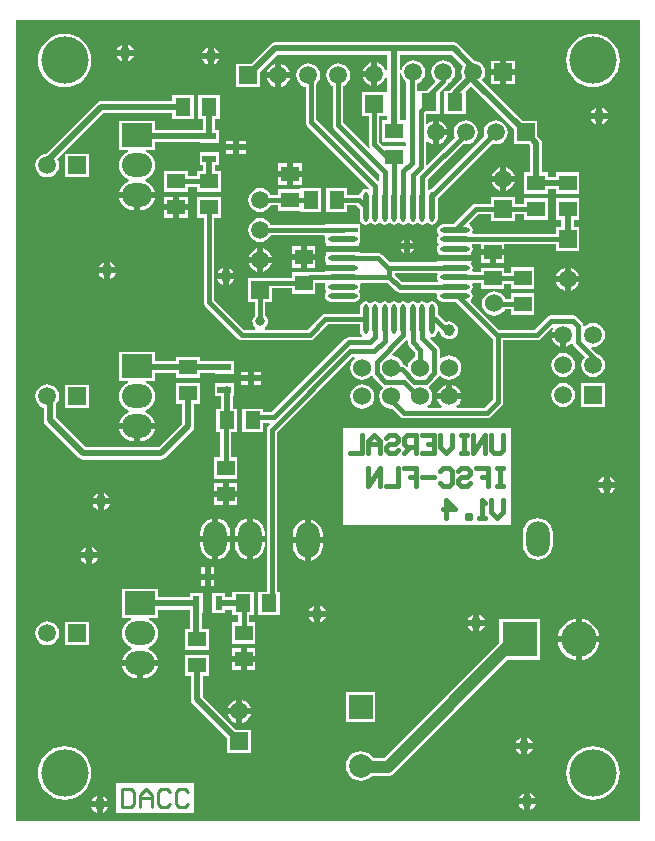
<source format=gtl>
%FSTAX24Y24*%
%MOIN*%
%SFA1B1*%

%IPPOS*%
%ADD10R,0.059100X0.051200*%
%ADD11O,0.017700X0.098400*%
%ADD12O,0.098400X0.017700*%
%ADD13R,0.098400X0.017700*%
%ADD14R,0.051200X0.059100*%
%ADD15R,0.023600X0.045300*%
%ADD16R,0.045300X0.023600*%
%ADD17C,0.015000*%
%ADD18C,0.020000*%
%ADD19C,0.040000*%
%ADD20C,0.010000*%
%ADD21O,0.078700X0.118100*%
%ADD22C,0.039400*%
%ADD23R,0.059100X0.059100*%
%ADD24C,0.059100*%
%ADD25C,0.031500*%
%ADD26R,0.059100X0.059100*%
%ADD27O,0.100000X0.078700*%
%ADD28R,0.100000X0.078700*%
%ADD29C,0.060000*%
%ADD30R,0.078700X0.078700*%
%ADD31C,0.078700*%
%ADD32C,0.118100*%
%ADD33R,0.118100X0.118100*%
%ADD34C,0.157500*%
%ADD35C,0.027600*%
%LNpcb-1*%
%LPD*%
G36*
X042Y0181D02*
X0212D01*
Y0448*
X042*
Y0181*
G37*
%LNpcb-2*%
%LPC*%
G36*
X02495Y04398D02*
Y0438D01*
X02513*
X025109Y04385*
X025062Y043912*
X025Y043959*
X02495Y04398*
G37*
G36*
X02475D02*
X0247Y043959D01*
X024638Y043912*
X024591Y04385*
X02457Y0438*
X02475*
Y04398*
G37*
G36*
X0278Y04388D02*
Y0437D01*
X02798*
X027959Y04375*
X027912Y043812*
X02785Y043859*
X0278Y04388*
G37*
G36*
X0276D02*
X02755Y043859D01*
X027488Y043812*
X027441Y04375*
X02742Y0437*
X0276*
Y04388*
G37*
G36*
X02513Y0436D02*
X02495D01*
Y04342*
X025Y043441*
X025062Y043488*
X025109Y04355*
X02513Y0436*
G37*
G36*
X02475D02*
X02457D01*
X024591Y04355*
X024638Y043488*
X0247Y043441*
X02475Y04342*
Y0436*
G37*
G36*
X02798Y0435D02*
X0278D01*
Y04332*
X02785Y043341*
X027912Y043388*
X027959Y04345*
X02798Y0435*
G37*
G36*
X0276D02*
X02742D01*
X027441Y04345*
X027488Y043388*
X02755Y043341*
X0276Y04332*
Y0435*
G37*
G36*
X037845Y043445D02*
X03755D01*
Y04315*
X037845*
Y043445*
G37*
G36*
X03735D02*
X037055D01*
Y04315*
X03735*
Y043445*
G37*
G36*
X03305Y043386D02*
X033047Y043385D01*
X032951Y043345*
X032868Y043282*
X032805Y043199*
X032765Y043103*
X032764Y0431*
X03305*
Y043386*
G37*
G36*
X03005Y043336D02*
Y04305D01*
X030336*
X030335Y043053*
X030295Y043149*
X030232Y043232*
X030149Y043295*
X030053Y043335*
X03005Y043336*
G37*
G36*
X02985D02*
X029847Y043335D01*
X029751Y043295*
X029668Y043232*
X029605Y043149*
X029565Y043053*
X029564Y04305*
X02985*
Y043336*
G37*
G36*
X037845Y04295D02*
X03755D01*
Y042655*
X037845*
Y04295*
G37*
G36*
X03735D02*
X037055D01*
Y042655*
X03735*
Y04295*
G37*
G36*
X03305Y0429D02*
X032764D01*
X032765Y042897*
X032805Y042801*
X032868Y042718*
X032951Y042655*
X033047Y042615*
X03305Y042614*
Y0429*
G37*
G36*
X030336Y04285D02*
X03005D01*
Y042564*
X030053Y042565*
X030149Y042605*
X030232Y042668*
X030295Y042751*
X030335Y042847*
X030336Y04285*
G37*
G36*
X02985D02*
X029564D01*
X029565Y042847*
X029605Y042751*
X029668Y042668*
X029751Y042605*
X029847Y042565*
X02985Y042564*
Y04285*
G37*
G36*
X04045Y044342D02*
X040276Y044325D01*
X040109Y044274*
X039955Y044191*
X039819Y044081*
X039709Y043945*
X039626Y043791*
X039575Y043624*
X039558Y04345*
X039575Y043276*
X039626Y043109*
X039709Y042955*
X039819Y042819*
X039955Y042709*
X040109Y042626*
X040276Y042575*
X04045Y042558*
X040624Y042575*
X040791Y042626*
X040945Y042709*
X041081Y042819*
X041191Y042955*
X041274Y043109*
X041325Y043276*
X041342Y04345*
X041325Y043624*
X041274Y043791*
X041191Y043945*
X041081Y044081*
X040945Y044191*
X040791Y044274*
X040624Y044325*
X04045Y044342*
G37*
G36*
X022835D02*
X022661Y044325D01*
X022493Y044274*
X022339Y044191*
X022204Y044081*
X022093Y043945*
X022011Y043791*
X02196Y043624*
X021943Y04345*
X02196Y043276*
X022011Y043109*
X022093Y042955*
X022204Y042819*
X022339Y042709*
X022493Y042626*
X022661Y042575*
X022835Y042558*
X023009Y042575*
X023176Y042626*
X02333Y042709*
X023465Y042819*
X023576Y042955*
X023658Y043109*
X023709Y043276*
X023726Y04345*
X023709Y043624*
X023658Y043791*
X023576Y043945*
X023465Y044081*
X02333Y044191*
X023176Y044274*
X023009Y044325*
X022835Y044342*
G37*
G36*
X04075Y04188D02*
Y0417D01*
X04093*
X040909Y04175*
X040862Y041812*
X0408Y041859*
X04075Y04188*
G37*
G36*
X04055D02*
X0405Y041859D01*
X040438Y041812*
X040391Y04175*
X04037Y0417*
X04055*
Y04188*
G37*
G36*
X02714Y042295D02*
X026428D01*
Y042104*
X02405*
X023972Y042088*
X023906Y042044*
X022204Y040343*
X022147Y040335*
X022051Y040295*
X021968Y040232*
X021905Y040149*
X021865Y040053*
X021851Y03995*
X021865Y039847*
X021905Y039751*
X021968Y039668*
X022051Y039605*
X022147Y039565*
X02225Y039551*
X022353Y039565*
X022449Y039605*
X022532Y039668*
X022595Y039751*
X022635Y039847*
X022649Y03995*
X022635Y040053*
X022595Y040149*
X022592Y040154*
X024134Y041696*
X026428*
Y041505*
X02714*
Y042295*
G37*
G36*
X04093Y0415D02*
X04075D01*
Y04132*
X0408Y041341*
X040862Y041388*
X040909Y04145*
X04093Y0415*
G37*
G36*
X04055D02*
X04037D01*
X040391Y04145*
X040438Y041388*
X0405Y041341*
X04055Y04132*
Y0415*
G37*
G36*
X0353Y041436D02*
Y04115D01*
X035586*
X035585Y041153*
X035545Y041249*
X035482Y041332*
X035399Y041395*
X035303Y041435*
X0353Y041436*
G37*
G36*
X028006Y042295D02*
X027294D01*
Y041505*
X027453*
Y041142*
X027331*
Y041128*
X02585*
Y041444*
X02465*
Y040456*
X024945*
X024955Y040406*
X024895Y040381*
X024792Y040302*
X024712Y040199*
X024663Y040079*
X024646Y03995*
X024663Y039821*
X024712Y039701*
X024792Y039598*
X024895Y039519*
X024995Y039477*
Y039423*
X024895Y039381*
X024792Y039302*
X024712Y039199*
X024663Y039079*
X024659Y03905*
X02525*
X025841*
X025837Y039079*
X025788Y039199*
X025708Y039302*
X025605Y039381*
X025505Y039423*
Y039477*
X025605Y039519*
X025708Y039598*
X025788Y039701*
X025837Y039821*
X025854Y03995*
X025837Y040079*
X025788Y040199*
X025708Y040302*
X025605Y040381*
X025545Y040406*
X025555Y040456*
X02585*
Y04072*
X027331*
Y040706*
X027983*
Y041142*
X027861*
Y041505*
X028006*
Y042295*
G37*
G36*
X035586Y04095D02*
X0353D01*
Y040664*
X035303Y040665*
X035399Y040705*
X035482Y040768*
X035545Y040851*
X035585Y040947*
X035586Y04095*
G37*
G36*
X028869Y040768D02*
X028643D01*
Y04065*
X028869*
Y040768*
G37*
G36*
X028443D02*
X028217D01*
Y04065*
X028443*
Y040768*
G37*
G36*
X028869Y04045D02*
X028643D01*
Y040332*
X028869*
Y04045*
G37*
G36*
X028443D02*
X028217D01*
Y040332*
X028443*
Y04045*
G37*
G36*
X030745Y040022D02*
X03045D01*
Y039766*
X030745*
Y040022*
G37*
G36*
X03025D02*
X029955D01*
Y039766*
X03025*
Y040022*
G37*
G36*
X03755Y039886D02*
Y0396D01*
X037836*
X037835Y039603*
X037795Y039699*
X037732Y039782*
X037649Y039845*
X037553Y039885*
X03755Y039886*
G37*
G36*
X03735D02*
X037347Y039885D01*
X037251Y039845*
X037168Y039782*
X037105Y039699*
X037065Y039603*
X037064Y0396*
X03735*
Y039886*
G37*
G36*
X027983Y040394D02*
X027331D01*
Y039958*
X027446*
Y039772*
X027255*
Y039595*
X026945*
Y039772*
X026155*
Y03906*
X026945*
Y039238*
X027255*
Y03906*
X028045*
Y039772*
X027854*
Y039958*
X027983*
Y040394*
G37*
G36*
X023645Y040345D02*
X022855D01*
Y039555*
X023645*
Y040345*
G37*
G36*
X030745Y039566D02*
X03045D01*
Y03931*
X030745*
Y039566*
G37*
G36*
X03025D02*
X029955D01*
Y03931*
X03025*
Y039566*
G37*
G36*
X037836Y0394D02*
X03755D01*
Y039114*
X037553Y039115*
X037649Y039155*
X037732Y039218*
X037795Y039301*
X037835Y039397*
X037836Y0394*
G37*
G36*
X03735D02*
X037064D01*
X037065Y039397*
X037105Y039301*
X037168Y039218*
X037251Y039155*
X037347Y039115*
X03735Y039114*
Y0394*
G37*
G36*
X0358Y044054D02*
X02985D01*
X029772Y044038*
X029706Y043994*
X029057Y043345*
X028555*
Y042555*
X029345*
Y043057*
X029934Y043646*
X033596*
Y043023*
X033546Y04302*
X033545Y043029*
X033535Y043103*
X033495Y043199*
X033432Y043282*
X033349Y043345*
X033253Y043385*
X03325Y043386*
Y043*
Y042614*
X033253Y042615*
X033349Y042655*
X033432Y042718*
X033495Y042801*
X033535Y042897*
X033545Y042971*
X033546Y04298*
X033596Y042977*
Y041456*
X033405*
Y040744*
X034172*
X034195*
X034222Y040705*
Y040629*
X034195Y04059*
X033463*
X033328Y040724*
Y041605*
X033545*
Y042395*
X032755*
Y041605*
X032972*
Y04065*
X032985Y040582*
X033003Y040556*
X032964Y040524*
X032128Y041359*
Y042596*
X032149Y042605*
X032232Y042668*
X032295Y042751*
X032335Y042847*
X032349Y04295*
X032335Y043053*
X032295Y043149*
X032232Y043232*
X032149Y043295*
X032053Y043335*
X03195Y043349*
X031847Y043335*
X031751Y043295*
X031668Y043232*
X031605Y043149*
X031565Y043053*
X031551Y04295*
X031565Y042847*
X031605Y042751*
X031668Y042668*
X031751Y042605*
X031772Y042596*
Y041285*
X031785Y041217*
X031824Y041159*
X033319Y039664*
Y039454*
X033269Y039433*
X031228Y041474*
Y042665*
X031232Y042668*
X031295Y042751*
X031335Y042847*
X031349Y04295*
X031335Y043053*
X031295Y043149*
X031232Y043232*
X031149Y043295*
X031053Y043335*
X03095Y043349*
X030847Y043335*
X030751Y043295*
X030668Y043232*
X030605Y043149*
X030565Y043053*
X030551Y04295*
X030565Y042847*
X030605Y042751*
X030668Y042668*
X030751Y042605*
X030847Y042565*
X030872Y042562*
Y0414*
X030885Y041332*
X030924Y041274*
X032986Y039212*
X032983Y039181*
X032968Y03917*
X032932Y039151*
X032868Y039164*
X032794Y039149*
X032732Y039107*
X03269Y039045*
X032685Y03902*
X032635Y038978*
X032256*
Y039195*
X031544*
Y038405*
X032256*
Y038622*
X032562*
X032675Y038508*
Y038164*
X03269Y038091*
X032732Y038028*
X032794Y037987*
X032868Y037972*
X032941Y037987*
X032992Y03802*
X033025Y038025*
X033059Y03802*
X033109Y037987*
X033183Y037972*
X033256Y037987*
X033307Y03802*
X03334Y038025*
X033373Y03802*
X033424Y037987*
X033498Y037972*
X033571Y037987*
X033622Y03802*
X033655Y038025*
X033688Y03802*
X033739Y037987*
X033813Y037972*
X033886Y037987*
X033937Y03802*
X03397Y038025*
X034003Y03802*
X034054Y037987*
X034128Y037972*
X034201Y037987*
X034252Y03802*
X034285Y038025*
X034318Y03802*
X034369Y037987*
X034443Y037972*
X034516Y037987*
X034567Y03802*
X0346Y038025*
X034633Y03802*
X034684Y037987*
X034757Y037972*
X034831Y037987*
X034882Y03802*
X034915Y038025*
X034948Y03802*
X034999Y037987*
X035072Y037972*
X035146Y037987*
X035208Y038028*
X03525Y038091*
X035265Y038164*
Y038862*
X037076Y040674*
X037097Y040665*
X0372Y040651*
X037303Y040665*
X037399Y040705*
X037482Y040768*
X037545Y040851*
X037585Y040947*
X037599Y04105*
X037585Y041153*
X037545Y041249*
X037482Y041332*
X037399Y041395*
X037303Y041435*
X0372Y041449*
X037097Y041435*
X037001Y041395*
X036918Y041332*
X036855Y041249*
X036815Y041153*
X036801Y04105*
X036815Y040947*
X036824Y040926*
X035058Y039161*
X034999Y039149*
X034986Y03914*
X034936Y039167*
Y039484*
X036115Y040663*
X0362Y040651*
X036303Y040665*
X036399Y040705*
X036482Y040768*
X036545Y040851*
X036585Y040947*
X036599Y04105*
X036585Y041153*
X036545Y041249*
X036482Y041332*
X036399Y041395*
X036303Y041435*
X0362Y041449*
X036097Y041435*
X036001Y041395*
X035918Y041332*
X035855Y041249*
X035815Y041153*
X035801Y04105*
X035815Y040947*
X035838Y040891*
X034925Y039977*
X034878Y039996*
Y040744*
X034928Y04076*
X035001Y040705*
X035097Y040665*
X0351Y040664*
Y04105*
Y041436*
X035097Y041435*
X035001Y041395*
X034928Y04134*
X034878Y041356*
Y041655*
X03534*
Y042387*
X035576Y042624*
X035615Y042682*
X035617Y042691*
X035649Y042705*
X035732Y042768*
X035795Y042851*
X035835Y042947*
X035849Y04305*
X035835Y043153*
X035795Y043249*
X035732Y043332*
X035649Y043395*
X035553Y043435*
X03545Y043449*
X035347Y043435*
X035251Y043395*
X035168Y043332*
X035105Y043249*
X035065Y043153*
X035051Y04305*
X035065Y042947*
X035105Y042851*
X035168Y042768*
X035171Y042723*
X034893Y042445*
X034628*
X034578Y042446*
Y042675*
X034649Y042705*
X034732Y042768*
X034795Y042851*
X034835Y042947*
X034849Y04305*
X034835Y043153*
X034795Y043249*
X034732Y043332*
X034649Y043395*
X034553Y043435*
X03445Y043449*
X034347Y043435*
X034251Y043395*
X034168Y043332*
X034105Y043249*
X034065Y043153*
X034055Y043079*
X034054Y04307*
X034005Y043073*
X034004Y043077*
Y043646*
X035716*
X036108Y043254*
X036105Y043249*
X036065Y043153*
X036051Y04305*
X036065Y042947*
X036092Y042881*
X035706Y042494*
X035673Y042445*
X035494*
Y041655*
X036206*
Y042418*
X036375Y042587*
X037805Y041157*
Y040655*
X038307*
X038346Y040616*
Y039722*
X038155*
Y03901*
X038945*
Y039162*
X039205*
Y03901*
X039995*
Y039722*
X039205*
Y03957*
X038945*
Y039722*
X038754*
Y0407*
X038738Y040778*
X038694Y040844*
X038595Y040943*
Y041445*
X038093*
X036749Y04279*
X036795Y042851*
X036835Y042947*
X036849Y04305*
X036835Y043153*
X036795Y043249*
X036732Y043332*
X036649Y043395*
X036553Y043435*
X036496Y043443*
X035944Y043994*
X035878Y044038*
X0358Y044054*
G37*
G36*
X026945Y038906D02*
X02665D01*
Y03865*
X026945*
Y038906*
G37*
G36*
X02645D02*
X026155D01*
Y03865*
X02645*
Y038906*
G37*
G36*
X025841Y03885D02*
X02535D01*
Y038452*
X025356*
X025485Y038469*
X025605Y038519*
X025708Y038598*
X025788Y038701*
X025837Y038821*
X025841Y03885*
G37*
G36*
X02515D02*
X024659D01*
X024663Y038821*
X024712Y038701*
X024792Y038598*
X024895Y038519*
X025015Y038469*
X025144Y038452*
X02515*
Y03885*
G37*
G36*
X02935Y039199D02*
X029247Y039185D01*
X029151Y039145*
X029068Y039082*
X029005Y038999*
X028965Y038903*
X028951Y0388*
X028965Y038697*
X029005Y038601*
X029068Y038518*
X029151Y038455*
X029247Y038415*
X02935Y038401*
X029453Y038415*
X029549Y038455*
X029632Y038518*
X029695Y038601*
X029704Y038622*
X029955*
Y038444*
X030678*
Y038405*
X03139*
Y039195*
X030678*
Y039156*
X029955*
Y038978*
X029704*
X029695Y038999*
X029632Y039082*
X029549Y039145*
X029453Y039185*
X02935Y039199*
G37*
G36*
X026945Y03845D02*
X02665D01*
Y038194*
X026945*
Y03845*
G37*
G36*
X02645D02*
X026155D01*
Y038194*
X02645*
Y03845*
G37*
G36*
X03435Y037469D02*
Y03735D01*
X034469*
X034421Y037421*
X03435Y037469*
G37*
G36*
X03415D02*
X034079Y037421D01*
X034031Y03735*
X03415*
Y037469*
G37*
G36*
X02935Y038199D02*
X029247Y038185D01*
X029151Y038145*
X029068Y038082*
X029005Y037999*
X028965Y037903*
X028951Y0378*
X028965Y037697*
X029005Y037601*
X029068Y037518*
X029151Y037455*
X029247Y037415*
X02935Y037401*
X029453Y037415*
X029549Y037455*
X029632Y037518*
X029695Y037601*
X029704Y037622*
X031462*
X031504Y037612*
X031525Y037567*
X031519Y037559*
X031504Y037485*
X031519Y037411*
X031553Y037361*
X031557Y037328*
X031553Y037294*
X031536Y03727*
X0321*
X032664*
X032647Y037294*
X032643Y037328*
X032647Y037361*
X032681Y037411*
X032696Y037485*
X032681Y037559*
X032672Y037573*
X032692Y037611*
Y037989*
X031508*
Y037978*
X029704*
X029695Y037999*
X029632Y038082*
X029549Y038145*
X029453Y038185*
X02935Y038199*
G37*
G36*
X037845Y038895D02*
X037055D01*
Y038678*
X03654*
X036472Y038665*
X036414Y038626*
X03578Y037992*
X035437*
X035363Y037978*
X035301Y037936*
X035259Y037874*
X035244Y0378*
X035259Y037726*
X035293Y037676*
X035298Y037643*
X035293Y037609*
X035259Y037559*
X035244Y037485*
X035259Y037411*
X035293Y037361*
X035298Y037328*
X035293Y037294*
X035259Y037244*
X035244Y03717*
X035259Y037097*
X035293Y037046*
X035298Y037013*
X035293Y036979*
X035277Y036955*
X03584*
X036404*
X036388Y036979*
X036383Y037013*
X036388Y037046*
X036421Y037097*
X036436Y03717*
X036421Y037244*
X036403Y037272*
X036429Y037322*
X036705*
Y03715*
X037495*
Y037322*
X039205*
Y037105*
X039995*
Y037895*
X039804*
Y038144*
X039995*
Y038856*
X039205*
Y038144*
X039396*
Y037895*
X039205*
Y037678*
X036447*
X036421Y03772*
X036422Y037728*
X036436Y0378*
X036421Y037874*
X03638Y037936*
X036331Y037968*
X036317Y038025*
X036614Y038322*
X037055*
Y038105*
X037845*
Y038322*
X038155*
Y038144*
X038945*
Y038856*
X038155*
Y038678*
X037845*
Y038895*
G37*
G36*
X034469Y03715D02*
X03435D01*
Y037031*
X034421Y037079*
X034469Y03715*
G37*
G36*
X03415D02*
X034031D01*
X034079Y037079*
X03415Y037031*
Y03715*
G37*
G36*
X031195Y037256D02*
X0309D01*
Y037*
X031195*
Y037256*
G37*
G36*
X0307D02*
X030405D01*
Y037*
X0307*
Y037256*
G37*
G36*
X02945Y037186D02*
Y0369D01*
X029736*
X029735Y036903*
X029695Y036999*
X029632Y037082*
X029549Y037145*
X029453Y037185*
X02945Y037186*
G37*
G36*
X02925D02*
X029247Y037185D01*
X029151Y037145*
X029068Y037082*
X029005Y036999*
X028965Y036903*
X028964Y0369*
X02925*
Y037186*
G37*
G36*
X037495Y03695D02*
X0372D01*
Y036694*
X037495*
Y03695*
G37*
G36*
X037D02*
X036705D01*
Y036694*
X037*
Y03695*
G37*
G36*
X02435Y03673D02*
Y03655D01*
X02453*
X024509Y0366*
X024462Y036662*
X0244Y036709*
X02435Y03673*
G37*
G36*
X02415D02*
X0241Y036709D01*
X024038Y036662*
X023991Y0366*
X02397Y03655*
X02415*
Y03673*
G37*
G36*
X031195Y0368D02*
X0309D01*
Y036544*
X031195*
Y0368*
G37*
G36*
X0307D02*
X030405D01*
Y036544*
X0307*
Y0368*
G37*
G36*
X029736Y0367D02*
X02945D01*
Y036414*
X029453Y036415*
X029549Y036455*
X029632Y036518*
X029695Y036601*
X029735Y036697*
X029736Y0367*
G37*
G36*
X02925D02*
X028964D01*
X028965Y036697*
X029005Y036601*
X029068Y036518*
X029151Y036455*
X029247Y036415*
X02925Y036414*
Y0367*
G37*
G36*
X0283Y03653D02*
Y03635D01*
X02848*
X028459Y0364*
X028412Y036462*
X02835Y036509*
X0283Y03653*
G37*
G36*
X0281D02*
X02805Y036509D01*
X027988Y036462*
X027941Y0364*
X02792Y03635*
X0281*
Y03653*
G37*
G36*
X0397Y036547D02*
Y036261D01*
X039986*
X039985Y036265*
X039945Y036361*
X039882Y036443*
X039799Y036507*
X039703Y036547*
X0397*
G37*
G36*
X0395D02*
X039497D01*
X039401Y036507*
X039318Y036443*
X039255Y036361*
X039215Y036265*
X039214Y036261*
X0395*
Y036547*
G37*
G36*
X02453Y03635D02*
X02435D01*
Y03617*
X0244Y036191*
X024462Y036238*
X024509Y0363*
X02453Y03635*
G37*
G36*
X02415D02*
X02397D01*
X023991Y0363*
X024038Y036238*
X0241Y036191*
X02415Y03617*
Y03635*
G37*
G36*
X02848Y03615D02*
X0283D01*
Y03597*
X02835Y035991*
X028412Y036038*
X028459Y0361*
X02848Y03615*
G37*
G36*
X0281D02*
X02792D01*
X027941Y0361*
X027988Y036038*
X02805Y035991*
X0281Y03597*
Y03615*
G37*
G36*
X028045Y038906D02*
X027255D01*
Y038194*
X027472*
Y0354*
X027485Y035332*
X027524Y035274*
X028624Y034174*
X028682Y034135*
X02875Y034122*
X031*
X031068Y034135*
X031126Y034174*
X031601Y034649*
X032675*
Y034424*
X03269Y03435*
X032732Y034288*
X032746Y034278*
X032731Y034228*
X0323*
X032232Y034215*
X032174Y034176*
X029726Y031728*
X029456*
Y031845*
X028744*
Y031055*
X029456*
Y031372*
X029657*
X029677Y031325*
X029624Y031273*
X029585Y031215*
X029572Y031146*
Y025745*
X029294*
Y024955*
X030006*
Y025745*
X029928*
Y031073*
X032427Y033572*
X032482*
X032499Y033522*
X032471Y0335*
X032407Y033416*
X032367Y033319*
X032353Y033215*
X032367Y03311*
X032407Y033013*
X032471Y032929*
X032555Y032865*
X032652Y032825*
X032756Y032811*
X032861Y032825*
X032958Y032865*
X033038Y032927*
X033045Y032929*
X033099Y032922*
X03312Y032892*
X033398Y032613*
X033429Y032593*
X033435Y032538*
X033433Y032532*
X033371Y032452*
X033331Y032354*
X033317Y03225*
X033331Y032146*
X033371Y032048*
X033436Y031965*
X033519Y031901*
X033616Y03186*
X033721Y031847*
X033748Y03185*
X034024Y031574*
X034082Y031535*
X03415Y031522*
X0369*
X036968Y031535*
X037026Y031574*
X037408Y031956*
X037447Y032014*
X037461Y032082*
Y034122*
X038565*
X038633Y034135*
X038691Y034174*
X039074Y034557*
X039085Y034555*
X039106Y034501*
X039105Y034499*
X039065Y034403*
X039064Y0344*
X03945*
Y0343*
X03955*
Y033914*
X039553Y033915*
X039649Y033955*
X039728Y034015*
X039748Y034012*
X039781Y034*
X039785Y033982*
X039824Y033924*
X040167Y033581*
X040105Y033499*
X040065Y033403*
X040051Y0333*
X040065Y033197*
X040105Y033101*
X040168Y033018*
X040251Y032955*
X040347Y032915*
X04045Y032901*
X040553Y032915*
X040649Y032955*
X040732Y033018*
X040795Y033101*
X040835Y033197*
X040849Y0333*
X040835Y033403*
X040795Y033499*
X040732Y033582*
X040649Y033645*
X040577Y033675*
X040576Y033676*
X040394Y033858*
X040417Y033906*
X04045Y033901*
X040553Y033915*
X040649Y033955*
X040732Y034018*
X040795Y034101*
X040835Y034197*
X040849Y0343*
X040835Y034403*
X040795Y034499*
X040732Y034582*
X040649Y034645*
X040553Y034685*
X04045Y034699*
X040347Y034685*
X040251Y034645*
X040178Y03459*
X040147Y034596*
X040126Y03461*
X040115Y034668*
X040076Y034726*
X039906Y034896*
X039848Y034935*
X03978Y034949*
X039035*
X038967Y034935*
X038909Y034896*
X038491Y034478*
X037309*
X036375Y035413*
X03638Y035459*
X036421Y035522*
X036436Y035595*
X036421Y035669*
X036388Y035719*
X036383Y035753*
X036388Y035786*
X036421Y035837*
X036436Y03591*
X036421Y035984*
X036413Y035997*
X036439Y036047*
X036705*
Y035828*
X037495*
Y036005*
X037705*
Y035844*
X038495*
Y036556*
X037705*
Y036362*
X037495*
Y03654*
X036705*
Y036404*
X036439*
X036413Y036454*
X036421Y036467*
X036436Y03654*
X036421Y036614*
X036388Y036664*
X036383Y036698*
X036388Y036731*
X036404Y036755*
X03584*
X03526*
X035241Y036719*
X033684*
X033421Y036981*
X033363Y03702*
X033295Y037034*
X032699*
X03268Y03707*
X0321*
X031536*
X031553Y037046*
X031557Y037013*
X031553Y036979*
X031519Y036929*
X031504Y036855*
X031519Y036782*
X031553Y036731*
X031557Y036698*
X031553Y036664*
X031536Y03664*
X0321*
Y03644*
X03152*
X031501Y036404*
X031009*
X030941Y03639*
X03094*
X030405*
Y036212*
X029584*
X029516Y036199*
X02951Y036195*
X028955*
Y035405*
X029172*
Y034938*
X029166Y034934*
X029125Y03488*
X029099Y034817*
X02909Y03475*
X029099Y034683*
X029125Y03462*
X029166Y034566*
X02918Y034556*
X029188Y034488*
X029181Y034478*
X028824*
X027828Y035474*
Y038194*
X028045*
Y038906*
G37*
G36*
X039986Y036061D02*
X0397D01*
Y035776*
X039703*
X039799Y035816*
X039882Y035879*
X039945Y035962*
X039985Y036058*
X039986Y036061*
G37*
G36*
X0395D02*
X039214D01*
X039215Y036058*
X039255Y035962*
X039318Y035879*
X039401Y035816*
X039497Y035776*
X0395*
Y036061*
G37*
G36*
X03715Y035753D02*
X037046Y03574D01*
X036948Y035699*
X036865Y035635*
X036801Y035552*
X03676Y035454*
X036747Y03535*
X03676Y035246*
X036801Y035148*
X036865Y035065*
X036948Y035001*
X037046Y03496*
X03715Y034947*
X037254Y03496*
X037352Y035001*
X037435Y035065*
X037499Y035148*
X037502Y035155*
X037705*
Y034978*
X038495*
Y03569*
X037705*
Y035512*
X037516*
X037499Y035552*
X037435Y035635*
X037352Y035699*
X037254Y03574*
X03715Y035753*
G37*
G36*
X03935Y0342D02*
X039064D01*
X039065Y034197*
X039105Y034101*
X039168Y034018*
X039251Y033955*
X039347Y033915*
X03935Y033914*
Y0342*
G37*
G36*
X02585Y033744D02*
X02465D01*
Y032756*
X024945*
X024955Y032706*
X024895Y032681*
X024792Y032602*
X024712Y032499*
X024663Y032379*
X024646Y03225*
X024663Y032121*
X024712Y032001*
X024792Y031898*
X024895Y031819*
X024995Y031777*
Y031723*
X024895Y031681*
X024792Y031602*
X024712Y031499*
X024663Y031379*
X024659Y03135*
X02525*
X025841*
X025837Y031379*
X025788Y031499*
X025708Y031602*
X025605Y031681*
X025505Y031723*
Y031777*
X025605Y031819*
X025708Y031898*
X025788Y032001*
X025837Y032121*
X025854Y03225*
X025837Y032379*
X025788Y032499*
X025708Y032602*
X025605Y032681*
X025545Y032706*
X025555Y032756*
X02585*
Y03302*
X026555*
Y032868*
X027345*
Y03302*
X027831*
Y033006*
X028483*
Y033442*
X027831*
Y033428*
X027345*
Y03358*
X026555*
Y033428*
X02585*
Y033744*
G37*
G36*
X029369Y033068D02*
X029143D01*
Y03295*
X029369*
Y033068*
G37*
G36*
X028943D02*
X028717D01*
Y03295*
X028943*
Y033068*
G37*
G36*
X03945Y033699D02*
X039347Y033685D01*
X039251Y033645*
X039168Y033582*
X039105Y033499*
X039065Y033403*
X039051Y0333*
X039065Y033197*
X039105Y033101*
X039168Y033018*
X039251Y032955*
X039347Y032915*
X03945Y032901*
X039553Y032915*
X039649Y032955*
X039732Y033018*
X039795Y033101*
X039835Y033197*
X039849Y0333*
X039835Y033403*
X039795Y033499*
X039732Y033582*
X039649Y033645*
X039553Y033685*
X03945Y033699*
G37*
G36*
X029369Y03275D02*
X029143D01*
Y032632*
X029369*
Y03275*
G37*
G36*
X028943D02*
X028717D01*
Y032632*
X028943*
Y03275*
G37*
G36*
X040845Y032695D02*
X040055D01*
Y031905*
X040845*
Y032695*
G37*
G36*
X03945Y032699D02*
X039347Y032685D01*
X039251Y032645*
X039168Y032582*
X039105Y032499*
X039065Y032403*
X039051Y0323*
X039065Y032197*
X039105Y032101*
X039168Y032018*
X039251Y031955*
X039347Y031915*
X03945Y031901*
X039553Y031915*
X039649Y031955*
X039732Y032018*
X039795Y032101*
X039835Y032197*
X039849Y0323*
X039835Y032403*
X039795Y032499*
X039732Y032582*
X039649Y032645*
X039553Y032685*
X03945Y032699*
G37*
G36*
X023645Y032645D02*
X022855D01*
Y031855*
X023645*
Y032645*
G37*
G36*
X032756Y032653D02*
X032652Y03264D01*
X032555Y032599*
X032471Y032535*
X032407Y032452*
X032367Y032354*
X032353Y03225*
X032367Y032146*
X032407Y032048*
X032471Y031965*
X032555Y031901*
X032652Y03186*
X032756Y031847*
X032861Y03186*
X032958Y031901*
X033042Y031965*
X033106Y032048*
X033146Y032146*
X03316Y03225*
X033146Y032354*
X033106Y032452*
X033042Y032535*
X032958Y032599*
X032861Y03264*
X032756Y032653*
G37*
G36*
X025841Y03115D02*
X02535D01*
Y030752*
X025356*
X025485Y030769*
X025605Y030819*
X025708Y030898*
X025788Y031001*
X025837Y031121*
X025841Y03115*
G37*
G36*
X02515D02*
X024659D01*
X024663Y031121*
X024712Y031001*
X024792Y030898*
X024895Y030819*
X025015Y030769*
X025144Y030752*
X02515*
Y03115*
G37*
G36*
X027345Y032714D02*
X026555D01*
Y032002*
X026746*
Y031334*
X025966Y030554*
X023534*
X022554Y031534*
Y031997*
X022595Y032051*
X022635Y032147*
X022649Y03225*
X022635Y032353*
X022595Y032449*
X022532Y032532*
X022449Y032595*
X022353Y032635*
X02225Y032649*
X022147Y032635*
X022051Y032595*
X021968Y032532*
X021905Y032449*
X021865Y032353*
X021851Y03225*
X021865Y032147*
X021905Y032051*
X021968Y031968*
X022051Y031905*
X022146Y031865*
Y03145*
X022162Y031372*
X022206Y031306*
X023306Y030206*
X023372Y030162*
X02345Y030146*
X02605*
X026128Y030162*
X026194Y030206*
X027094Y031106*
X027138Y031172*
X027154Y03125*
Y032002*
X027345*
Y032714*
G37*
G36*
X028234Y032707D02*
X028171Y032694D01*
X027831*
Y032258*
X02803*
Y031845*
X027878*
Y031055*
X028022*
Y030222*
X027805*
Y02951*
X028595*
Y030222*
X028378*
Y031055*
X02859*
Y031845*
X028438*
Y032258*
X028483*
Y032694*
X028297*
X028234Y032707*
G37*
G36*
X041Y02958D02*
Y0294D01*
X04118*
X041159Y02945*
X041112Y029512*
X04105Y029559*
X041Y02958*
G37*
G36*
X0408D02*
X04075Y029559D01*
X040688Y029512*
X040641Y02945*
X04062Y0294*
X0408*
Y02958*
G37*
G36*
X028595Y029356D02*
X0283D01*
Y0291*
X028595*
Y029356*
G37*
G36*
X0281D02*
X027805D01*
Y0291*
X0281*
Y029356*
G37*
G36*
X04118Y0292D02*
X041D01*
Y02902*
X04105Y029041*
X041112Y029088*
X041159Y02915*
X04118Y0292*
G37*
G36*
X0408D02*
X04062D01*
X040641Y02915*
X040688Y029088*
X04075Y029041*
X0408Y02902*
Y0292*
G37*
G36*
X02415Y02903D02*
Y02885D01*
X02433*
X024309Y0289*
X024262Y028962*
X0242Y029009*
X02415Y02903*
G37*
G36*
X02395D02*
X0239Y029009D01*
X023838Y028962*
X023791Y0289*
X02377Y02885*
X02395*
Y02903*
G37*
G36*
X028595Y0289D02*
X0283D01*
Y028644*
X028595*
Y0289*
G37*
G36*
X0281D02*
X027805D01*
Y028644*
X0281*
Y0289*
G37*
G36*
X02433Y02865D02*
X02415D01*
Y02847*
X0242Y028491*
X024262Y028538*
X024309Y0286*
X02433Y02865*
G37*
G36*
X02395D02*
X02377D01*
X023791Y0286*
X023838Y028538*
X0239Y028491*
X02395Y02847*
Y02865*
G37*
G36*
X0377Y031209D02*
X032102D01*
Y02795*
X0377*
Y031209*
G37*
G36*
X02795Y028182D02*
Y0276D01*
X028348*
Y027697*
X028331Y027826*
X028281Y027946*
X028202Y028049*
X028099Y028128*
X027979Y028178*
X02795Y028182*
G37*
G36*
X0291D02*
Y0276D01*
X029498*
Y027697*
X029481Y027826*
X029431Y027946*
X029352Y028049*
X029249Y028128*
X029129Y028178*
X0291Y028182*
G37*
G36*
X0289D02*
X028871Y028178D01*
X028751Y028128*
X028648Y028049*
X028569Y027946*
X028519Y027826*
X028502Y027697*
Y0276*
X0289*
Y028182*
G37*
G36*
X02775D02*
X027721Y028178D01*
X027601Y028128*
X027498Y028049*
X027419Y027946*
X027369Y027826*
X027352Y027697*
Y0276*
X02775*
Y028182*
G37*
G36*
X031038Y028143D02*
Y027562D01*
X031436*
Y027659*
X031419Y027787*
X03137Y027908*
X03129Y028011*
X031187Y02809*
X031067Y02814*
X031038Y028143*
G37*
G36*
X030838D02*
X030809Y02814D01*
X030689Y02809*
X030586Y028011*
X030507Y027908*
X030457Y027787*
X03044Y027659*
Y027562*
X030838*
Y028143*
G37*
G36*
X02375Y02723D02*
Y02705D01*
X02393*
X023909Y0271*
X023862Y027162*
X0238Y027209*
X02375Y02723*
G37*
G36*
X02355D02*
X0235Y027209D01*
X023438Y027162*
X023391Y0271*
X02337Y02705*
X02355*
Y02723*
G37*
G36*
X028348Y0274D02*
X02795D01*
Y026818*
X027979Y026822*
X028099Y026872*
X028202Y026951*
X028281Y027054*
X028331Y027174*
X028348Y027303*
Y0274*
G37*
G36*
X029498D02*
X0291D01*
Y026818*
X029129Y026822*
X029249Y026872*
X029352Y026951*
X029431Y027054*
X029481Y027174*
X029498Y027303*
Y0274*
G37*
G36*
X0289D02*
X028502D01*
Y027303*
X028519Y027174*
X028569Y027054*
X028648Y026951*
X028751Y026872*
X028871Y026822*
X0289Y026818*
Y0274*
G37*
G36*
X02775D02*
X027352D01*
Y027303*
X027369Y027174*
X027419Y027054*
X027498Y026951*
X027601Y026872*
X027721Y026822*
X02775Y026818*
Y0274*
G37*
G36*
X0386Y028195D02*
X038471Y028178D01*
X038351Y028128*
X038248Y028049*
X038169Y027946*
X038119Y027826*
X038102Y027697*
Y027303*
X038119Y027174*
X038169Y027054*
X038248Y026951*
X038351Y026872*
X038471Y026822*
X0386Y026805*
X038729Y026822*
X038849Y026872*
X038952Y026951*
X039031Y027054*
X039081Y027174*
X039098Y027303*
Y027697*
X039081Y027826*
X039031Y027946*
X038952Y028049*
X038849Y028128*
X038729Y028178*
X0386Y028195*
G37*
G36*
X031436Y027362D02*
X031038D01*
Y02678*
X031067Y026784*
X031187Y026834*
X03129Y026913*
X03137Y027016*
X031419Y027136*
X031436Y027265*
Y027362*
G37*
G36*
X030838D02*
X03044D01*
Y027265*
X030457Y027136*
X030507Y027016*
X030586Y026913*
X030689Y026834*
X030809Y026784*
X030838Y02678*
Y027362*
G37*
G36*
X02393Y02685D02*
X02375D01*
Y02667*
X0238Y026691*
X023862Y026738*
X023909Y0268*
X02393Y02685*
G37*
G36*
X02355D02*
X02337D01*
X023391Y0268*
X023438Y026738*
X0235Y026691*
X02355Y02667*
Y02685*
G37*
G36*
X027818Y026569D02*
X0277D01*
Y026343*
X027818*
Y026569*
G37*
G36*
X0275D02*
X027382D01*
Y026343*
X0275*
Y026569*
G37*
G36*
X027818Y026143D02*
X0277D01*
Y025917*
X027818*
Y026143*
G37*
G36*
X0275D02*
X027382D01*
Y025917*
X0275*
Y026143*
G37*
G36*
X02914Y025745D02*
X028428D01*
Y025554*
X028192*
Y025683*
X027756*
Y025031*
X028192*
Y025146*
X028428*
Y024955*
X028622*
Y024722*
X028405*
Y02401*
X029195*
Y024722*
X028978*
Y024955*
X02914*
Y025745*
G37*
G36*
X03135Y02528D02*
Y0251D01*
X03153*
X031509Y02515*
X031462Y025212*
X0314Y025259*
X03135Y02528*
G37*
G36*
X03115D02*
X0311Y025259D01*
X031038Y025212*
X030991Y02515*
X03097Y0251*
X03115*
Y02528*
G37*
G36*
X03665Y02498D02*
Y0248D01*
X03683*
X036809Y02485*
X036762Y024912*
X0367Y024959*
X03665Y02498*
G37*
G36*
X03645D02*
X0364Y024959D01*
X036338Y024912*
X036291Y02485*
X03627Y0248*
X03645*
Y02498*
G37*
G36*
X03153Y0249D02*
X03135D01*
Y02472*
X0314Y024741*
X031462Y024788*
X031509Y02485*
X03153Y0249*
G37*
G36*
X03115D02*
X03097D01*
X030991Y02485*
X031038Y024788*
X0311Y024741*
X03115Y02472*
Y0249*
G37*
G36*
X03683Y0246D02*
X03665D01*
Y02442*
X0367Y024441*
X036762Y024488*
X036809Y02455*
X03683Y0246*
G37*
G36*
X03645D02*
X03627D01*
X036291Y02455*
X036338Y024488*
X0364Y024441*
X03645Y02442*
Y0246*
G37*
G36*
X040068Y024834D02*
Y02425D01*
X040653*
X040649Y024285*
X04061Y024416*
X040545Y024536*
X040459Y024641*
X040354Y024727*
X040234Y024791*
X040104Y024831*
X040068Y024834*
G37*
G36*
X039869D02*
X039833Y024831D01*
X039703Y024791*
X039583Y024727*
X039478Y024641*
X039392Y024536*
X039327Y024416*
X039288Y024285*
X039284Y02425*
X039869*
Y024834*
G37*
G36*
X023645Y024745D02*
X022855D01*
Y023955*
X023645*
Y024745*
G37*
G36*
X02225Y024749D02*
X022147Y024735D01*
X022051Y024695*
X021968Y024632*
X021905Y024549*
X021865Y024453*
X021851Y02435*
X021865Y024247*
X021905Y024151*
X021968Y024068*
X022051Y024005*
X022147Y023965*
X02225Y023951*
X022353Y023965*
X022449Y024005*
X022532Y024068*
X022595Y024151*
X022635Y024247*
X022649Y02435*
X022635Y024453*
X022595Y024549*
X022532Y024632*
X022449Y024695*
X022353Y024735*
X02225Y024749*
G37*
G36*
X02595Y025844D02*
X02475D01*
Y024856*
X025045*
X025055Y024806*
X024995Y024781*
X024892Y024702*
X024812Y024599*
X024763Y024479*
X024746Y02435*
X024763Y024221*
X024812Y024101*
X024892Y023998*
X024995Y023919*
X025095Y023877*
Y023823*
X024995Y023781*
X024892Y023702*
X024812Y023599*
X024763Y023479*
X024759Y02345*
X02535*
X025941*
X025937Y023479*
X025888Y023599*
X025808Y023702*
X025705Y023781*
X025605Y023823*
Y023877*
X025705Y023919*
X025808Y023998*
X025888Y024101*
X025937Y024221*
X025954Y02435*
X025937Y024479*
X025888Y024599*
X025808Y024702*
X025705Y024781*
X025645Y024806*
X025655Y024856*
X02595*
Y025146*
X027008*
Y025031*
X027015*
Y024506*
X026855*
Y023794*
X027645*
Y024506*
X027423*
Y025031*
X027444*
Y025683*
X027008*
Y025554*
X02595*
Y025844*
G37*
G36*
X029195Y023856D02*
X0289D01*
Y0236*
X029195*
Y023856*
G37*
G36*
X0287D02*
X028405D01*
Y0236*
X0287*
Y023856*
G37*
G36*
X040653Y02405D02*
X040068D01*
Y023466*
X040104Y023469*
X040234Y023509*
X040354Y023573*
X040459Y023659*
X040545Y023764*
X04061Y023884*
X040649Y024015*
X040653Y02405*
G37*
G36*
X039869D02*
X039284D01*
X039288Y024015*
X039327Y023884*
X039392Y023764*
X039478Y023659*
X039583Y023573*
X039703Y023509*
X039833Y023469*
X039869Y023466*
Y02405*
G37*
G36*
X029195Y0234D02*
X0289D01*
Y023144*
X029195*
Y0234*
G37*
G36*
X0287D02*
X028405D01*
Y023144*
X0287*
Y0234*
G37*
G36*
X025941Y02325D02*
X02545D01*
Y022852*
X025456*
X025585Y022869*
X025705Y022919*
X025808Y022998*
X025888Y023101*
X025937Y023221*
X025941Y02325*
G37*
G36*
X02525D02*
X024759D01*
X024763Y023221*
X024812Y023101*
X024892Y022998*
X024995Y022919*
X025115Y022869*
X025244Y022852*
X02525*
Y02325*
G37*
G36*
X02875Y022136D02*
Y02185D01*
X029036*
X029035Y021853*
X028995Y021949*
X028932Y022032*
X028849Y022095*
X028753Y022135*
X02875Y022136*
G37*
G36*
X02855D02*
X028547Y022135D01*
X028451Y022095*
X028368Y022032*
X028305Y021949*
X028265Y021853*
X028264Y02185*
X02855*
Y022136*
G37*
G36*
X033194Y022394D02*
X032206D01*
Y021406*
X033194*
Y022394*
G37*
G36*
X029036Y02165D02*
X02875D01*
Y021364*
X028753Y021365*
X028849Y021405*
X028932Y021468*
X028995Y021551*
X029035Y021647*
X029036Y02165*
G37*
G36*
X02855D02*
X028264D01*
X028265Y021647*
X028305Y021551*
X028368Y021468*
X028451Y021405*
X028547Y021365*
X02855Y021364*
Y02165*
G37*
G36*
X03825Y02088D02*
Y0207D01*
X03843*
X038409Y02075*
X038362Y020812*
X0383Y020859*
X03825Y02088*
G37*
G36*
X03805D02*
X038Y020859D01*
X037938Y020812*
X037891Y02075*
X03787Y0207*
X03805*
Y02088*
G37*
G36*
X027645Y02364D02*
X026855D01*
Y022928*
X027046*
Y02215*
X027062Y022072*
X027106Y022006*
X028255Y020857*
Y020355*
X029045*
Y021145*
X028543*
X027454Y022234*
Y022928*
X027645*
Y02364*
G37*
G36*
X03843Y0205D02*
X03825D01*
Y02032*
X0383Y020341*
X038362Y020388*
X038409Y02045*
X03843Y0205*
G37*
G36*
X03805D02*
X03787D01*
X037891Y02045*
X037938Y020388*
X038Y020341*
X03805Y02032*
Y0205*
G37*
G36*
X038691Y024841D02*
X037309D01*
Y024037*
X033475Y020203*
X033114*
X033052Y020284*
X032949Y020363*
X032829Y020412*
X0327Y020429*
X032571Y020412*
X032451Y020363*
X032348Y020284*
X032269Y02018*
X032219Y02006*
X032202Y019931*
X032219Y019803*
X032269Y019683*
X032348Y019579*
X032451Y0195*
X032571Y019451*
X0327Y019434*
X032829Y019451*
X032949Y0195*
X033052Y019579*
X033066Y019597*
X0336*
X033678Y019608*
X033751Y019638*
X033814Y019686*
X037587Y023459*
X038691*
Y024841*
G37*
G36*
X03835Y01903D02*
Y01885D01*
X03853*
X038509Y0189*
X038462Y018962*
X0384Y019009*
X03835Y01903*
G37*
G36*
X03815D02*
X0381Y019009D01*
X038038Y018962*
X037991Y0189*
X03797Y01885*
X03815*
Y01903*
G37*
G36*
X04045Y020592D02*
X040276Y020575D01*
X040109Y020524*
X039955Y020441*
X039819Y020331*
X039709Y020195*
X039626Y020041*
X039575Y019874*
X039558Y0197*
X039575Y019526*
X039626Y019359*
X039709Y019205*
X039819Y019069*
X039955Y018959*
X040109Y018876*
X040276Y018825*
X04045Y018808*
X040624Y018825*
X040791Y018876*
X040945Y018959*
X041081Y019069*
X041191Y019205*
X041274Y019359*
X041325Y019526*
X041342Y0197*
X041325Y019874*
X041274Y020041*
X041191Y020195*
X041081Y020331*
X040945Y020441*
X040791Y020524*
X040624Y020575*
X04045Y020592*
G37*
G36*
X022835D02*
X022661Y020575D01*
X022493Y020524*
X022339Y020441*
X022204Y020331*
X022093Y020195*
X022011Y020041*
X02196Y019874*
X021943Y0197*
X02196Y019526*
X022011Y019359*
X022093Y019205*
X022204Y019069*
X022339Y018959*
X022493Y018876*
X022661Y018825*
X022835Y018808*
X023009Y018825*
X023176Y018876*
X02333Y018959*
X023465Y019069*
X023576Y019205*
X023658Y019359*
X023709Y019526*
X023726Y0197*
X023709Y019874*
X023658Y020041*
X023576Y020195*
X023465Y020331*
X02333Y020441*
X023176Y020524*
X023009Y020575*
X022835Y020592*
G37*
G36*
X0241Y01893D02*
Y01875D01*
X02428*
X024259Y0188*
X024212Y018862*
X02415Y018909*
X0241Y01893*
G37*
G36*
X0239D02*
X02385Y018909D01*
X023788Y018862*
X023741Y0188*
X02372Y01875*
X0239*
Y01893*
G37*
G36*
X03853Y01865D02*
X03835D01*
Y01847*
X0384Y018491*
X038462Y018538*
X038509Y0186*
X03853Y01865*
G37*
G36*
X03815D02*
X03797D01*
X037991Y0186*
X038038Y018538*
X0381Y018491*
X03815Y01847*
Y01865*
G37*
G36*
X02428Y01855D02*
X0241D01*
Y01837*
X02415Y018391*
X024212Y018438*
X024259Y0185*
X02428Y01855*
G37*
G36*
X0239D02*
X02372D01*
X023741Y0185*
X023788Y018438*
X02385Y018391*
X0239Y01837*
Y01855*
G37*
G36*
X027149Y01935D02*
X02455D01*
Y01835*
X027149*
Y01935*
G37*
%LNpcb-3*%
%LPD*%
G36*
X034055Y043021D02*
X034065Y042947D01*
X034105Y042851*
X034168Y042768*
X034222Y042727*
Y041495*
X034195Y041456*
X034172*
X034004*
Y043023*
X034005Y043027*
X034054Y04303*
X034055Y043021*
G37*
G36*
X035268Y036312D02*
X035259Y036299D01*
X035244Y036225*
X035259Y036152*
X035285Y036112*
X035259Y036062*
X03409*
X033841Y036312*
X033844Y036362*
X035241*
X035268Y036312*
G37*
G36*
X03389Y035758D02*
D01*
X033948Y035719*
X034016Y035705*
X035228*
X035256Y035655*
X035244Y035595*
X035259Y035522*
X035301Y035459*
X035363Y035418*
X035437Y035403*
X03588*
X037104Y034179*
Y032156*
X036826Y031878*
X035905*
X035888Y031928*
X035935Y031965*
X035999Y032048*
X03604Y032146*
Y03215*
X03565*
X03526*
Y032146*
X035301Y032048*
X035365Y031965*
X035412Y031928*
X035395Y031878*
X03494*
X034923Y031928*
X034971Y031965*
X035035Y032048*
X035075Y032146*
X035089Y03225*
X035075Y032354*
X035035Y032452*
X034973Y032532*
X034971Y032538*
X034978Y032593*
X035008Y032613*
X035287Y032892*
X035307Y032922*
X035362Y032929*
X035368Y032927*
X035448Y032865*
X035546Y032825*
X03565Y032811*
X035754Y032825*
X035852Y032865*
X035935Y032929*
X035999Y033013*
X03604Y03311*
X036053Y033215*
X03604Y033319*
X035999Y033416*
X035935Y0335*
X035852Y033564*
X035754Y033604*
X03565Y033618*
X035546Y033604*
X035448Y033564*
X035389Y033518*
X035339Y033543*
Y03379*
X035325Y033858*
X035287Y033916*
X035009Y034193*
X035034Y034239*
X035072Y034232*
X035146Y034246*
X035208Y034288*
X03525Y03435*
X035263Y034414*
X035309Y034439*
X035359Y034389*
X035361Y034373*
X035391Y0343*
X035438Y034238*
X0355Y034191*
X035573Y034161*
X03565Y034151*
X035727Y034161*
X0358Y034191*
X035862Y034238*
X035909Y0343*
X035939Y034373*
X035949Y03445*
X035939Y034527*
X035909Y0346*
X035862Y034662*
X0358Y034709*
X035727Y034739*
X03565Y034749*
X035573Y034739*
X035531Y034722*
X035299Y034954*
X035265Y034976*
Y035231*
X03525Y035305*
X035208Y035367*
X035146Y035409*
X035072Y035423*
X034999Y035409*
X034948Y035375*
X034915Y03537*
X034882Y035375*
X034831Y035409*
X034757Y035423*
X034684Y035409*
X034633Y035375*
X0346Y03537*
X034567Y035375*
X034516Y035409*
X034443Y035423*
X034369Y035409*
X034318Y035375*
X034285Y03537*
X034252Y035375*
X034201Y035409*
X034128Y035423*
X034054Y035409*
X034003Y035375*
X03397Y03537*
X033937Y035375*
X033886Y035409*
X033813Y035423*
X033739Y035409*
X033688Y035375*
X033655Y03537*
X033622Y035375*
X033571Y035409*
X033498Y035423*
X033424Y035409*
X033373Y035375*
X03334Y03537*
X033307Y035375*
X033256Y035409*
X033183Y035423*
X033109Y035409*
X033059Y035375*
X033025Y03537*
X032992Y035375*
X032941Y035409*
X032868Y035423*
X032794Y035409*
X032732Y035367*
X03269Y035305*
X032675Y035231*
Y035006*
X031528*
X031459Y034992*
X031401Y034954*
X030926Y034478*
X029519*
X029512Y034488*
X02952Y034556*
X029534Y034566*
X029575Y03462*
X029601Y034683*
X02961Y03475*
X029601Y034817*
X029575Y03488*
X029534Y034934*
X029528Y034938*
Y035405*
X029745*
Y035855*
X030405*
Y035678*
X031195*
Y036047*
X031501*
X031527Y035997*
X031519Y035984*
X031504Y03591*
X031519Y035837*
X031553Y035786*
X031557Y035753*
X031553Y035719*
X031519Y035669*
X031504Y035595*
X031519Y035522*
X03156Y035459*
X031623Y035418*
X031696Y035403*
X032504*
X032577Y035418*
X03264Y035459*
X032681Y035522*
X032696Y035595*
X032681Y035669*
X032647Y035719*
X032643Y035753*
X032647Y035786*
X032681Y035837*
X032696Y03591*
X032681Y035984*
X032673Y035997*
X032699Y036047*
X033601*
X03389Y035758*
G37*
G36*
X034264Y034107D02*
Y034057D01*
X034278Y033989*
X034316Y033931*
X034507Y033741*
Y033574*
X034484Y033564*
X0344Y0335*
X034336Y033416*
X034296Y033319*
X034288Y033263*
X034236Y033245*
X034204Y033276*
X034147Y033315*
X034109Y033322*
X03407Y033416*
X034006Y0335*
X033923Y033564*
X033825Y033604*
X033769Y033612*
X033751Y033664*
X034214Y034127*
X034264Y034107*
G37*
%LNpcb-4*%
%LPC*%
G36*
X03575Y03264D02*
Y03235D01*
X03604*
Y032354*
X035999Y032452*
X035935Y032535*
X035852Y032599*
X035754Y03264*
X03575*
G37*
G36*
X03555D02*
X035546D01*
X035448Y032599*
X035365Y032535*
X035301Y032452*
X03526Y032354*
Y03235*
X03555*
Y03264*
G37*
%LNpcb-5*%
%LPD*%
G54D10*
X02655Y039416D03*
Y03855D03*
X0282Y029866D03*
Y029D03*
X0288Y024366D03*
Y0235D03*
X0381Y035334D03*
Y0362D03*
X0371Y036184D03*
Y03705D03*
X03035Y039666D03*
Y0388D03*
X0338Y040234D03*
Y0411D03*
X0396Y039366D03*
Y0385D03*
X0308Y0369D03*
Y036034D03*
X03855Y039366D03*
Y0385D03*
X02765Y039416D03*
Y03855D03*
X02695Y033224D03*
Y032358D03*
X02725Y02415D03*
Y023284D03*
G54D11*
X032868Y038568D03*
X033183D03*
X033498D03*
X033813D03*
X034128D03*
X034443D03*
X034757D03*
X035072D03*
Y034828D03*
X034757D03*
X034443D03*
X034128D03*
X033813D03*
X033498D03*
X033183D03*
X032868D03*
G54D12*
X03584Y0378D03*
Y037485D03*
Y03717D03*
Y036855D03*
Y03654D03*
Y036225D03*
Y03591D03*
Y035595D03*
X0321D03*
Y03591D03*
Y036225D03*
Y03654D03*
Y036855D03*
Y03717D03*
Y037485D03*
G54D13*
X0321Y0378D03*
G54D14*
X031034Y0388D03*
X0319D03*
X028234Y03145D03*
X0291D03*
X028784Y02535D03*
X02965D03*
X03585Y04205D03*
X034984D03*
X02765Y0419D03*
X026784D03*
G54D15*
X027226Y025357D03*
X027974D03*
X0276Y026243D03*
G54D16*
X027657Y040924D03*
Y040176D03*
X028543Y04055D03*
X028157Y033224D03*
Y032476D03*
X029043Y03285D03*
G54D17*
X02655Y039416D02*
X02765D01*
X0282Y029866D02*
Y031516D01*
X0288Y024366D02*
Y025334D01*
X02975Y031146D02*
X032354Y03375D01*
X02975Y02545D02*
Y031146D01*
X02965Y02535D02*
X02975Y02545D01*
X04045Y0333D02*
Y03355D01*
X03995Y03405D02*
X04045Y03355D01*
X03995Y03405D02*
Y0346D01*
X035172Y034828D02*
X03565Y03435D01*
X030818Y036034D02*
X031009Y036225D01*
X0321*
X0308Y036034D02*
X030818D01*
X03366Y03624D02*
Y03649D01*
Y03624D02*
X034016Y035884D01*
X03584*
X033295Y036855D02*
X03366Y03649D01*
X0321Y036855D02*
X033295D01*
X03366Y03654D02*
X03584D01*
X03415Y0317D02*
X0369D01*
X033721Y032129D02*
X03415Y0317D01*
X034128Y034293D02*
Y034828D01*
X033246Y033411D02*
X034128Y034293D01*
X03565Y03435D02*
Y03445D01*
X035072Y034828D02*
X035172D01*
X033721Y032129D02*
Y03225D01*
X035072Y038922D02*
X0372Y04105D01*
X035072Y038568D02*
Y038922D01*
X0321Y036225D02*
X03366D01*
X033813Y038568D02*
Y040221D01*
X0338Y040234D02*
X033813Y040221D01*
X033498Y038568D02*
Y039738D01*
X03195Y041285D02*
Y04295D01*
X032635Y0388D02*
X032868Y038568D01*
X0319Y0388D02*
X032635D01*
X03035D02*
X031034D01*
X02935D02*
X03035D01*
X02935Y0378D02*
X0321D01*
X034128Y038568D02*
Y039763D01*
X034685Y033215D02*
Y033815D01*
X034443Y034057D02*
X034685Y033815D01*
X034443Y034057D02*
Y034828D01*
X034489Y03274D02*
X034882D01*
X03516Y033018*
X034757Y034193D02*
X03516Y03379D01*
X034757Y034193D02*
Y034828D01*
X033721Y033215D02*
X033778Y033272D01*
X034135Y03274D02*
X034625Y03225D01*
X033524Y03274D02*
X034135D01*
X033246Y033018D02*
Y033411D01*
Y033018D02*
X033524Y03274D01*
X03516Y033018D02*
Y03379D01*
X03584Y036225D02*
X037059D01*
X0371Y036184*
X03305Y042D02*
X03315Y0419D01*
X03645Y0428D02*
Y04305D01*
X0291Y03155D02*
X0298D01*
X02535Y02535D02*
X025374Y025374D01*
X03855Y0385D02*
X038575Y038475D01*
X03654Y0385D02*
X0373D01*
X03584Y0378D02*
X03654Y0385D01*
X0373D02*
X03855D01*
X035855Y0375D02*
X0396D01*
X0371Y036184D02*
X038084D01*
X034443Y038568D02*
Y039643D01*
X0347Y0399*
Y041766*
X034984Y04205*
X03645Y04295D02*
Y04305D01*
X034984Y04205D02*
Y042284D01*
X03545Y04275*
Y04305*
X034128Y039763D02*
X0344Y040035D01*
Y0429*
X0345Y043*
X0362Y041D02*
Y04105D01*
X034757Y038568D02*
Y039557D01*
X0362Y041*
X03645Y04305D02*
Y0432D01*
X033778Y033272D02*
X0339Y03315D01*
X034078*
X034489Y03274*
X033498Y034098D02*
Y034828D01*
X033183Y034233D02*
Y034828D01*
X0369Y0317D02*
X037282Y032082D01*
X037166Y035334D02*
X0381D01*
X03978Y03477D02*
X03995Y0346D01*
X03584Y035595D02*
X03594D01*
X037282Y034253*
X039035Y03477D02*
X03978D01*
X037282Y032082D02*
Y0343D01*
X038565*
X039035Y03477*
X03315Y03375D02*
X033498Y034098D01*
X029584Y036034D02*
X0308D01*
X02935Y0358D02*
X029584Y036034D01*
X02935Y03475D02*
Y0358D01*
X02765Y0354D02*
Y03855D01*
X032354Y03375D02*
X03315D01*
X02765Y0354D02*
X02875Y0343D01*
X031*
X031528Y034828*
X032868*
X0298Y03155D02*
X0323Y03405D01*
X033*
X033183Y034233*
X03095Y04295D02*
X03105Y04285D01*
Y0414D02*
Y04285D01*
Y0414D02*
X033183Y039267D01*
Y038568D02*
Y039267D01*
X03195Y041285D02*
X033498Y039738D01*
X03315Y04065D02*
Y0419D01*
Y04065D02*
X033566Y040234D01*
X0338*
X03745Y030959D02*
Y030459D01*
X03735Y03036*
X03715*
X03705Y030459*
Y030959*
X03685Y03036D02*
Y030959D01*
X03645Y03036*
Y030959*
X03625D02*
X03605D01*
X03615*
Y03036*
X03625*
X03605*
X035751Y030959D02*
Y030559D01*
X035551Y03036*
X035351Y030559*
Y030959*
X034751D02*
X035151D01*
Y03036*
X034751*
X035151Y030659D02*
X034951D01*
X034551Y03036D02*
Y030959D01*
X034251*
X034151Y030859*
Y030659*
X034251Y030559*
X034551*
X034351D02*
X034151Y03036D01*
X033551Y030859D02*
X033651Y030959D01*
X033851*
X033951Y030859*
Y030759*
X033851Y030659*
X033651*
X033551Y030559*
Y030459*
X033651Y03036*
X033851*
X033951Y030459*
X033351Y03036D02*
Y030759D01*
X033151Y030959*
X032951Y030759*
Y03036*
Y030659*
X033351*
X032752Y030959D02*
Y03036D01*
X032352*
X03745Y02988D02*
X03725D01*
X03735*
Y02928*
X03745*
X03725*
X03655Y02988D02*
X03695D01*
Y02958*
X03675*
X03695*
Y02928*
X03595Y02978D02*
X03605Y02988D01*
X03625*
X03635Y02978*
Y02968*
X03625Y02958*
X03605*
X03595Y02948*
Y02938*
X03605Y02928*
X03625*
X03635Y02938*
X035351Y02978D02*
X035451Y02988D01*
X035651*
X035751Y02978*
Y02938*
X035651Y02928*
X035451*
X035351Y02938*
X035151Y02958D02*
X034751D01*
X034151Y02988D02*
X034551D01*
Y02958*
X034351*
X034551*
Y02928*
X033951Y02988D02*
Y02928D01*
X033551*
X033351D02*
Y02988D01*
X032951Y02928*
Y02988*
X03745Y0288D02*
Y0284D01*
X03725Y0282*
X03705Y0284*
Y0288*
X03685Y0282D02*
X03665D01*
X03675*
Y0288*
X03685Y0287*
X03635Y0282D02*
Y0283D01*
X03625*
Y0282*
X03635*
X035551D02*
Y0288D01*
X035851Y0285*
X035451*
G54D18*
X028234Y03155D02*
Y032503D01*
X02225Y0401D02*
X02405Y0419D01*
X02225Y03995D02*
Y0401D01*
X0338Y0411D02*
Y04385D01*
X02765Y039416D02*
Y040169D01*
X03645Y0428D02*
X0382Y04105D01*
X027657Y040924D02*
Y041893D01*
X025276Y040924D02*
X027657D01*
X02405Y0419D02*
X026784D01*
X025276Y033224D02*
X028157D01*
X02535Y02535D02*
X027219D01*
Y024181D02*
Y02535D01*
X02725Y02215D02*
Y023284D01*
Y02215D02*
X02865Y02075D01*
X027981Y02535D02*
X028784D01*
X02695Y03125D02*
Y032358D01*
X03855Y039366D02*
X0396D01*
Y0375D02*
Y0385D01*
X03585Y04205D02*
Y04235D01*
X03645Y04295*
X02895D02*
X02985Y04385D01*
X0358*
X03645Y0432*
X03855Y039366D02*
Y0407D01*
X0382Y04105D02*
X03855Y0407D01*
X02605Y03035D02*
X02695Y03125D01*
X02235Y03145D02*
Y03225D01*
Y03145D02*
X02345Y03035D01*
X02605*
G54D19*
X03785Y02415D02*
X038D01*
X0327Y0199D02*
X0336D01*
X03785Y02415*
G54D20*
X02475Y01915D02*
Y01855D01*
X02505*
X02515Y01865*
Y01905*
X02505Y01915*
X02475*
X02535Y01855D02*
Y01895D01*
X02555Y01915*
X02575Y01895*
Y01855*
Y01885*
X02535*
X026349Y01905D02*
X02625Y01915D01*
X02605*
X02595Y01905*
Y01865*
X02605Y01855*
X02625*
X026349Y01865*
X026949Y01905D02*
X026849Y01915D01*
X026649*
X026549Y01905*
Y01865*
X026649Y01855*
X026849*
X026949Y01865*
G54D21*
X029Y0275D03*
X030938Y027462D03*
X02785Y0275D03*
X0386D03*
G54D22*
X0277Y0436D03*
X0282Y03625D03*
X03565Y03445D03*
X03125Y025D03*
X03815Y0206D03*
X0409Y0293D03*
X02405Y02875D03*
X02365Y02695D03*
X024Y01865D03*
X03825Y01875D03*
X02485Y0437D03*
X02425Y03645D03*
X03655Y0247D03*
X04065Y0416D03*
G54D23*
X02865Y02075D03*
X0396Y0375D03*
X03745Y0385D03*
X02935Y0358D03*
X03315Y042D03*
X04045Y0323D03*
G54D24*
X02865Y02175D03*
X02225Y02435D03*
X0352Y04105D03*
X0362D03*
X0372D03*
X02225Y03225D03*
Y03995D03*
X0396Y036161D03*
X03745Y0395D03*
X03445Y04305D03*
X03545D03*
X03645D03*
X02935Y0368D03*
Y0378D03*
Y0388D03*
X03315Y043D03*
X03945Y0323D03*
X04045Y0343D03*
X03945Y0333D03*
X04045D03*
X03945Y0343D03*
X03195Y04295D03*
X03095D03*
X02995D03*
G54D25*
X02935Y03475D03*
G54D26*
X02325Y02435D03*
X0382Y04105D03*
X02325Y03225D03*
Y03995D03*
X03745Y04305D03*
X02895Y04295D03*
G54D27*
X02535Y02335D03*
Y02435D03*
X02525Y03895D03*
Y03995D03*
Y03125D03*
Y03225D03*
G54D28*
X02535Y02535D03*
X02525Y04095D03*
Y03325D03*
G54D29*
X032756Y03225D03*
X033721D03*
X034685D03*
X03565D03*
X032756Y033215D03*
X033721D03*
X034685D03*
X03565D03*
X03715Y03535D03*
G54D30*
X0327Y0219D03*
G54D31*
X0327Y019931D03*
G54D32*
X039969Y02415D03*
G54D33*
X038Y02415D03*
G54D34*
X04045Y04345D03*
Y0197D03*
X022835D03*
Y04345D03*
G54D35*
X03425Y03725D03*
M02*
</source>
